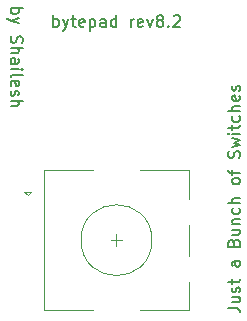
<source format=gbr>
%TF.GenerationSoftware,KiCad,Pcbnew,8.0.8*%
%TF.CreationDate,2025-02-14T20:38:13+05:30*%
%TF.ProjectId,bytepad,62797465-7061-4642-9e6b-696361645f70,8.2*%
%TF.SameCoordinates,Original*%
%TF.FileFunction,Legend,Top*%
%TF.FilePolarity,Positive*%
%FSLAX46Y46*%
G04 Gerber Fmt 4.6, Leading zero omitted, Abs format (unit mm)*
G04 Created by KiCad (PCBNEW 8.0.8) date 2025-02-14 20:38:13*
%MOMM*%
%LPD*%
G01*
G04 APERTURE LIST*
%ADD10C,0.150000*%
%ADD11C,0.120000*%
G04 APERTURE END LIST*
D10*
X68454819Y-89738096D02*
X69169104Y-89738096D01*
X69169104Y-89738096D02*
X69311961Y-89785715D01*
X69311961Y-89785715D02*
X69407200Y-89880953D01*
X69407200Y-89880953D02*
X69454819Y-90023810D01*
X69454819Y-90023810D02*
X69454819Y-90119048D01*
X68788152Y-88833334D02*
X69454819Y-88833334D01*
X68788152Y-89261905D02*
X69311961Y-89261905D01*
X69311961Y-89261905D02*
X69407200Y-89214286D01*
X69407200Y-89214286D02*
X69454819Y-89119048D01*
X69454819Y-89119048D02*
X69454819Y-88976191D01*
X69454819Y-88976191D02*
X69407200Y-88880953D01*
X69407200Y-88880953D02*
X69359580Y-88833334D01*
X69407200Y-88404762D02*
X69454819Y-88309524D01*
X69454819Y-88309524D02*
X69454819Y-88119048D01*
X69454819Y-88119048D02*
X69407200Y-88023810D01*
X69407200Y-88023810D02*
X69311961Y-87976191D01*
X69311961Y-87976191D02*
X69264342Y-87976191D01*
X69264342Y-87976191D02*
X69169104Y-88023810D01*
X69169104Y-88023810D02*
X69121485Y-88119048D01*
X69121485Y-88119048D02*
X69121485Y-88261905D01*
X69121485Y-88261905D02*
X69073866Y-88357143D01*
X69073866Y-88357143D02*
X68978628Y-88404762D01*
X68978628Y-88404762D02*
X68931009Y-88404762D01*
X68931009Y-88404762D02*
X68835771Y-88357143D01*
X68835771Y-88357143D02*
X68788152Y-88261905D01*
X68788152Y-88261905D02*
X68788152Y-88119048D01*
X68788152Y-88119048D02*
X68835771Y-88023810D01*
X68788152Y-87690476D02*
X68788152Y-87309524D01*
X68454819Y-87547619D02*
X69311961Y-87547619D01*
X69311961Y-87547619D02*
X69407200Y-87500000D01*
X69407200Y-87500000D02*
X69454819Y-87404762D01*
X69454819Y-87404762D02*
X69454819Y-87309524D01*
X69454819Y-85785714D02*
X68931009Y-85785714D01*
X68931009Y-85785714D02*
X68835771Y-85833333D01*
X68835771Y-85833333D02*
X68788152Y-85928571D01*
X68788152Y-85928571D02*
X68788152Y-86119047D01*
X68788152Y-86119047D02*
X68835771Y-86214285D01*
X69407200Y-85785714D02*
X69454819Y-85880952D01*
X69454819Y-85880952D02*
X69454819Y-86119047D01*
X69454819Y-86119047D02*
X69407200Y-86214285D01*
X69407200Y-86214285D02*
X69311961Y-86261904D01*
X69311961Y-86261904D02*
X69216723Y-86261904D01*
X69216723Y-86261904D02*
X69121485Y-86214285D01*
X69121485Y-86214285D02*
X69073866Y-86119047D01*
X69073866Y-86119047D02*
X69073866Y-85880952D01*
X69073866Y-85880952D02*
X69026247Y-85785714D01*
X68931009Y-84214285D02*
X68978628Y-84071428D01*
X68978628Y-84071428D02*
X69026247Y-84023809D01*
X69026247Y-84023809D02*
X69121485Y-83976190D01*
X69121485Y-83976190D02*
X69264342Y-83976190D01*
X69264342Y-83976190D02*
X69359580Y-84023809D01*
X69359580Y-84023809D02*
X69407200Y-84071428D01*
X69407200Y-84071428D02*
X69454819Y-84166666D01*
X69454819Y-84166666D02*
X69454819Y-84547618D01*
X69454819Y-84547618D02*
X68454819Y-84547618D01*
X68454819Y-84547618D02*
X68454819Y-84214285D01*
X68454819Y-84214285D02*
X68502438Y-84119047D01*
X68502438Y-84119047D02*
X68550057Y-84071428D01*
X68550057Y-84071428D02*
X68645295Y-84023809D01*
X68645295Y-84023809D02*
X68740533Y-84023809D01*
X68740533Y-84023809D02*
X68835771Y-84071428D01*
X68835771Y-84071428D02*
X68883390Y-84119047D01*
X68883390Y-84119047D02*
X68931009Y-84214285D01*
X68931009Y-84214285D02*
X68931009Y-84547618D01*
X68788152Y-83119047D02*
X69454819Y-83119047D01*
X68788152Y-83547618D02*
X69311961Y-83547618D01*
X69311961Y-83547618D02*
X69407200Y-83499999D01*
X69407200Y-83499999D02*
X69454819Y-83404761D01*
X69454819Y-83404761D02*
X69454819Y-83261904D01*
X69454819Y-83261904D02*
X69407200Y-83166666D01*
X69407200Y-83166666D02*
X69359580Y-83119047D01*
X68788152Y-82642856D02*
X69454819Y-82642856D01*
X68883390Y-82642856D02*
X68835771Y-82595237D01*
X68835771Y-82595237D02*
X68788152Y-82499999D01*
X68788152Y-82499999D02*
X68788152Y-82357142D01*
X68788152Y-82357142D02*
X68835771Y-82261904D01*
X68835771Y-82261904D02*
X68931009Y-82214285D01*
X68931009Y-82214285D02*
X69454819Y-82214285D01*
X69407200Y-81309523D02*
X69454819Y-81404761D01*
X69454819Y-81404761D02*
X69454819Y-81595237D01*
X69454819Y-81595237D02*
X69407200Y-81690475D01*
X69407200Y-81690475D02*
X69359580Y-81738094D01*
X69359580Y-81738094D02*
X69264342Y-81785713D01*
X69264342Y-81785713D02*
X68978628Y-81785713D01*
X68978628Y-81785713D02*
X68883390Y-81738094D01*
X68883390Y-81738094D02*
X68835771Y-81690475D01*
X68835771Y-81690475D02*
X68788152Y-81595237D01*
X68788152Y-81595237D02*
X68788152Y-81404761D01*
X68788152Y-81404761D02*
X68835771Y-81309523D01*
X69454819Y-80880951D02*
X68454819Y-80880951D01*
X69454819Y-80452380D02*
X68931009Y-80452380D01*
X68931009Y-80452380D02*
X68835771Y-80499999D01*
X68835771Y-80499999D02*
X68788152Y-80595237D01*
X68788152Y-80595237D02*
X68788152Y-80738094D01*
X68788152Y-80738094D02*
X68835771Y-80833332D01*
X68835771Y-80833332D02*
X68883390Y-80880951D01*
X69454819Y-79071427D02*
X69407200Y-79166665D01*
X69407200Y-79166665D02*
X69359580Y-79214284D01*
X69359580Y-79214284D02*
X69264342Y-79261903D01*
X69264342Y-79261903D02*
X68978628Y-79261903D01*
X68978628Y-79261903D02*
X68883390Y-79214284D01*
X68883390Y-79214284D02*
X68835771Y-79166665D01*
X68835771Y-79166665D02*
X68788152Y-79071427D01*
X68788152Y-79071427D02*
X68788152Y-78928570D01*
X68788152Y-78928570D02*
X68835771Y-78833332D01*
X68835771Y-78833332D02*
X68883390Y-78785713D01*
X68883390Y-78785713D02*
X68978628Y-78738094D01*
X68978628Y-78738094D02*
X69264342Y-78738094D01*
X69264342Y-78738094D02*
X69359580Y-78785713D01*
X69359580Y-78785713D02*
X69407200Y-78833332D01*
X69407200Y-78833332D02*
X69454819Y-78928570D01*
X69454819Y-78928570D02*
X69454819Y-79071427D01*
X68788152Y-78452379D02*
X68788152Y-78071427D01*
X69454819Y-78309522D02*
X68597676Y-78309522D01*
X68597676Y-78309522D02*
X68502438Y-78261903D01*
X68502438Y-78261903D02*
X68454819Y-78166665D01*
X68454819Y-78166665D02*
X68454819Y-78071427D01*
X69407200Y-77023807D02*
X69454819Y-76880950D01*
X69454819Y-76880950D02*
X69454819Y-76642855D01*
X69454819Y-76642855D02*
X69407200Y-76547617D01*
X69407200Y-76547617D02*
X69359580Y-76499998D01*
X69359580Y-76499998D02*
X69264342Y-76452379D01*
X69264342Y-76452379D02*
X69169104Y-76452379D01*
X69169104Y-76452379D02*
X69073866Y-76499998D01*
X69073866Y-76499998D02*
X69026247Y-76547617D01*
X69026247Y-76547617D02*
X68978628Y-76642855D01*
X68978628Y-76642855D02*
X68931009Y-76833331D01*
X68931009Y-76833331D02*
X68883390Y-76928569D01*
X68883390Y-76928569D02*
X68835771Y-76976188D01*
X68835771Y-76976188D02*
X68740533Y-77023807D01*
X68740533Y-77023807D02*
X68645295Y-77023807D01*
X68645295Y-77023807D02*
X68550057Y-76976188D01*
X68550057Y-76976188D02*
X68502438Y-76928569D01*
X68502438Y-76928569D02*
X68454819Y-76833331D01*
X68454819Y-76833331D02*
X68454819Y-76595236D01*
X68454819Y-76595236D02*
X68502438Y-76452379D01*
X68788152Y-76119045D02*
X69454819Y-75928569D01*
X69454819Y-75928569D02*
X68978628Y-75738093D01*
X68978628Y-75738093D02*
X69454819Y-75547617D01*
X69454819Y-75547617D02*
X68788152Y-75357141D01*
X69454819Y-74976188D02*
X68788152Y-74976188D01*
X68454819Y-74976188D02*
X68502438Y-75023807D01*
X68502438Y-75023807D02*
X68550057Y-74976188D01*
X68550057Y-74976188D02*
X68502438Y-74928569D01*
X68502438Y-74928569D02*
X68454819Y-74976188D01*
X68454819Y-74976188D02*
X68550057Y-74976188D01*
X68788152Y-74642855D02*
X68788152Y-74261903D01*
X68454819Y-74499998D02*
X69311961Y-74499998D01*
X69311961Y-74499998D02*
X69407200Y-74452379D01*
X69407200Y-74452379D02*
X69454819Y-74357141D01*
X69454819Y-74357141D02*
X69454819Y-74261903D01*
X69407200Y-73499998D02*
X69454819Y-73595236D01*
X69454819Y-73595236D02*
X69454819Y-73785712D01*
X69454819Y-73785712D02*
X69407200Y-73880950D01*
X69407200Y-73880950D02*
X69359580Y-73928569D01*
X69359580Y-73928569D02*
X69264342Y-73976188D01*
X69264342Y-73976188D02*
X68978628Y-73976188D01*
X68978628Y-73976188D02*
X68883390Y-73928569D01*
X68883390Y-73928569D02*
X68835771Y-73880950D01*
X68835771Y-73880950D02*
X68788152Y-73785712D01*
X68788152Y-73785712D02*
X68788152Y-73595236D01*
X68788152Y-73595236D02*
X68835771Y-73499998D01*
X69454819Y-73071426D02*
X68454819Y-73071426D01*
X69454819Y-72642855D02*
X68931009Y-72642855D01*
X68931009Y-72642855D02*
X68835771Y-72690474D01*
X68835771Y-72690474D02*
X68788152Y-72785712D01*
X68788152Y-72785712D02*
X68788152Y-72928569D01*
X68788152Y-72928569D02*
X68835771Y-73023807D01*
X68835771Y-73023807D02*
X68883390Y-73071426D01*
X69407200Y-71785712D02*
X69454819Y-71880950D01*
X69454819Y-71880950D02*
X69454819Y-72071426D01*
X69454819Y-72071426D02*
X69407200Y-72166664D01*
X69407200Y-72166664D02*
X69311961Y-72214283D01*
X69311961Y-72214283D02*
X68931009Y-72214283D01*
X68931009Y-72214283D02*
X68835771Y-72166664D01*
X68835771Y-72166664D02*
X68788152Y-72071426D01*
X68788152Y-72071426D02*
X68788152Y-71880950D01*
X68788152Y-71880950D02*
X68835771Y-71785712D01*
X68835771Y-71785712D02*
X68931009Y-71738093D01*
X68931009Y-71738093D02*
X69026247Y-71738093D01*
X69026247Y-71738093D02*
X69121485Y-72214283D01*
X69407200Y-71357140D02*
X69454819Y-71261902D01*
X69454819Y-71261902D02*
X69454819Y-71071426D01*
X69454819Y-71071426D02*
X69407200Y-70976188D01*
X69407200Y-70976188D02*
X69311961Y-70928569D01*
X69311961Y-70928569D02*
X69264342Y-70928569D01*
X69264342Y-70928569D02*
X69169104Y-70976188D01*
X69169104Y-70976188D02*
X69121485Y-71071426D01*
X69121485Y-71071426D02*
X69121485Y-71214283D01*
X69121485Y-71214283D02*
X69073866Y-71309521D01*
X69073866Y-71309521D02*
X68978628Y-71357140D01*
X68978628Y-71357140D02*
X68931009Y-71357140D01*
X68931009Y-71357140D02*
X68835771Y-71309521D01*
X68835771Y-71309521D02*
X68788152Y-71214283D01*
X68788152Y-71214283D02*
X68788152Y-71071426D01*
X68788152Y-71071426D02*
X68835771Y-70976188D01*
X50045180Y-64357142D02*
X51045180Y-64357142D01*
X50664228Y-64357142D02*
X50711847Y-64452380D01*
X50711847Y-64452380D02*
X50711847Y-64642856D01*
X50711847Y-64642856D02*
X50664228Y-64738094D01*
X50664228Y-64738094D02*
X50616609Y-64785713D01*
X50616609Y-64785713D02*
X50521371Y-64833332D01*
X50521371Y-64833332D02*
X50235657Y-64833332D01*
X50235657Y-64833332D02*
X50140419Y-64785713D01*
X50140419Y-64785713D02*
X50092800Y-64738094D01*
X50092800Y-64738094D02*
X50045180Y-64642856D01*
X50045180Y-64642856D02*
X50045180Y-64452380D01*
X50045180Y-64452380D02*
X50092800Y-64357142D01*
X50711847Y-65166666D02*
X50045180Y-65404761D01*
X50711847Y-65642856D02*
X50045180Y-65404761D01*
X50045180Y-65404761D02*
X49807085Y-65309523D01*
X49807085Y-65309523D02*
X49759466Y-65261904D01*
X49759466Y-65261904D02*
X49711847Y-65166666D01*
X50092800Y-66738095D02*
X50045180Y-66880952D01*
X50045180Y-66880952D02*
X50045180Y-67119047D01*
X50045180Y-67119047D02*
X50092800Y-67214285D01*
X50092800Y-67214285D02*
X50140419Y-67261904D01*
X50140419Y-67261904D02*
X50235657Y-67309523D01*
X50235657Y-67309523D02*
X50330895Y-67309523D01*
X50330895Y-67309523D02*
X50426133Y-67261904D01*
X50426133Y-67261904D02*
X50473752Y-67214285D01*
X50473752Y-67214285D02*
X50521371Y-67119047D01*
X50521371Y-67119047D02*
X50568990Y-66928571D01*
X50568990Y-66928571D02*
X50616609Y-66833333D01*
X50616609Y-66833333D02*
X50664228Y-66785714D01*
X50664228Y-66785714D02*
X50759466Y-66738095D01*
X50759466Y-66738095D02*
X50854704Y-66738095D01*
X50854704Y-66738095D02*
X50949942Y-66785714D01*
X50949942Y-66785714D02*
X50997561Y-66833333D01*
X50997561Y-66833333D02*
X51045180Y-66928571D01*
X51045180Y-66928571D02*
X51045180Y-67166666D01*
X51045180Y-67166666D02*
X50997561Y-67309523D01*
X50045180Y-67738095D02*
X51045180Y-67738095D01*
X50045180Y-68166666D02*
X50568990Y-68166666D01*
X50568990Y-68166666D02*
X50664228Y-68119047D01*
X50664228Y-68119047D02*
X50711847Y-68023809D01*
X50711847Y-68023809D02*
X50711847Y-67880952D01*
X50711847Y-67880952D02*
X50664228Y-67785714D01*
X50664228Y-67785714D02*
X50616609Y-67738095D01*
X50045180Y-69071428D02*
X50568990Y-69071428D01*
X50568990Y-69071428D02*
X50664228Y-69023809D01*
X50664228Y-69023809D02*
X50711847Y-68928571D01*
X50711847Y-68928571D02*
X50711847Y-68738095D01*
X50711847Y-68738095D02*
X50664228Y-68642857D01*
X50092800Y-69071428D02*
X50045180Y-68976190D01*
X50045180Y-68976190D02*
X50045180Y-68738095D01*
X50045180Y-68738095D02*
X50092800Y-68642857D01*
X50092800Y-68642857D02*
X50188038Y-68595238D01*
X50188038Y-68595238D02*
X50283276Y-68595238D01*
X50283276Y-68595238D02*
X50378514Y-68642857D01*
X50378514Y-68642857D02*
X50426133Y-68738095D01*
X50426133Y-68738095D02*
X50426133Y-68976190D01*
X50426133Y-68976190D02*
X50473752Y-69071428D01*
X50045180Y-69547619D02*
X50711847Y-69547619D01*
X51045180Y-69547619D02*
X50997561Y-69500000D01*
X50997561Y-69500000D02*
X50949942Y-69547619D01*
X50949942Y-69547619D02*
X50997561Y-69595238D01*
X50997561Y-69595238D02*
X51045180Y-69547619D01*
X51045180Y-69547619D02*
X50949942Y-69547619D01*
X50045180Y-70166666D02*
X50092800Y-70071428D01*
X50092800Y-70071428D02*
X50188038Y-70023809D01*
X50188038Y-70023809D02*
X51045180Y-70023809D01*
X50092800Y-70928571D02*
X50045180Y-70833333D01*
X50045180Y-70833333D02*
X50045180Y-70642857D01*
X50045180Y-70642857D02*
X50092800Y-70547619D01*
X50092800Y-70547619D02*
X50188038Y-70500000D01*
X50188038Y-70500000D02*
X50568990Y-70500000D01*
X50568990Y-70500000D02*
X50664228Y-70547619D01*
X50664228Y-70547619D02*
X50711847Y-70642857D01*
X50711847Y-70642857D02*
X50711847Y-70833333D01*
X50711847Y-70833333D02*
X50664228Y-70928571D01*
X50664228Y-70928571D02*
X50568990Y-70976190D01*
X50568990Y-70976190D02*
X50473752Y-70976190D01*
X50473752Y-70976190D02*
X50378514Y-70500000D01*
X50092800Y-71357143D02*
X50045180Y-71452381D01*
X50045180Y-71452381D02*
X50045180Y-71642857D01*
X50045180Y-71642857D02*
X50092800Y-71738095D01*
X50092800Y-71738095D02*
X50188038Y-71785714D01*
X50188038Y-71785714D02*
X50235657Y-71785714D01*
X50235657Y-71785714D02*
X50330895Y-71738095D01*
X50330895Y-71738095D02*
X50378514Y-71642857D01*
X50378514Y-71642857D02*
X50378514Y-71500000D01*
X50378514Y-71500000D02*
X50426133Y-71404762D01*
X50426133Y-71404762D02*
X50521371Y-71357143D01*
X50521371Y-71357143D02*
X50568990Y-71357143D01*
X50568990Y-71357143D02*
X50664228Y-71404762D01*
X50664228Y-71404762D02*
X50711847Y-71500000D01*
X50711847Y-71500000D02*
X50711847Y-71642857D01*
X50711847Y-71642857D02*
X50664228Y-71738095D01*
X50045180Y-72214286D02*
X51045180Y-72214286D01*
X50045180Y-72642857D02*
X50568990Y-72642857D01*
X50568990Y-72642857D02*
X50664228Y-72595238D01*
X50664228Y-72595238D02*
X50711847Y-72500000D01*
X50711847Y-72500000D02*
X50711847Y-72357143D01*
X50711847Y-72357143D02*
X50664228Y-72261905D01*
X50664228Y-72261905D02*
X50616609Y-72214286D01*
X53642856Y-65954819D02*
X53642856Y-64954819D01*
X53642856Y-65335771D02*
X53738094Y-65288152D01*
X53738094Y-65288152D02*
X53928570Y-65288152D01*
X53928570Y-65288152D02*
X54023808Y-65335771D01*
X54023808Y-65335771D02*
X54071427Y-65383390D01*
X54071427Y-65383390D02*
X54119046Y-65478628D01*
X54119046Y-65478628D02*
X54119046Y-65764342D01*
X54119046Y-65764342D02*
X54071427Y-65859580D01*
X54071427Y-65859580D02*
X54023808Y-65907200D01*
X54023808Y-65907200D02*
X53928570Y-65954819D01*
X53928570Y-65954819D02*
X53738094Y-65954819D01*
X53738094Y-65954819D02*
X53642856Y-65907200D01*
X54452380Y-65288152D02*
X54690475Y-65954819D01*
X54928570Y-65288152D02*
X54690475Y-65954819D01*
X54690475Y-65954819D02*
X54595237Y-66192914D01*
X54595237Y-66192914D02*
X54547618Y-66240533D01*
X54547618Y-66240533D02*
X54452380Y-66288152D01*
X55166666Y-65288152D02*
X55547618Y-65288152D01*
X55309523Y-64954819D02*
X55309523Y-65811961D01*
X55309523Y-65811961D02*
X55357142Y-65907200D01*
X55357142Y-65907200D02*
X55452380Y-65954819D01*
X55452380Y-65954819D02*
X55547618Y-65954819D01*
X56261904Y-65907200D02*
X56166666Y-65954819D01*
X56166666Y-65954819D02*
X55976190Y-65954819D01*
X55976190Y-65954819D02*
X55880952Y-65907200D01*
X55880952Y-65907200D02*
X55833333Y-65811961D01*
X55833333Y-65811961D02*
X55833333Y-65431009D01*
X55833333Y-65431009D02*
X55880952Y-65335771D01*
X55880952Y-65335771D02*
X55976190Y-65288152D01*
X55976190Y-65288152D02*
X56166666Y-65288152D01*
X56166666Y-65288152D02*
X56261904Y-65335771D01*
X56261904Y-65335771D02*
X56309523Y-65431009D01*
X56309523Y-65431009D02*
X56309523Y-65526247D01*
X56309523Y-65526247D02*
X55833333Y-65621485D01*
X56738095Y-65288152D02*
X56738095Y-66288152D01*
X56738095Y-65335771D02*
X56833333Y-65288152D01*
X56833333Y-65288152D02*
X57023809Y-65288152D01*
X57023809Y-65288152D02*
X57119047Y-65335771D01*
X57119047Y-65335771D02*
X57166666Y-65383390D01*
X57166666Y-65383390D02*
X57214285Y-65478628D01*
X57214285Y-65478628D02*
X57214285Y-65764342D01*
X57214285Y-65764342D02*
X57166666Y-65859580D01*
X57166666Y-65859580D02*
X57119047Y-65907200D01*
X57119047Y-65907200D02*
X57023809Y-65954819D01*
X57023809Y-65954819D02*
X56833333Y-65954819D01*
X56833333Y-65954819D02*
X56738095Y-65907200D01*
X58071428Y-65954819D02*
X58071428Y-65431009D01*
X58071428Y-65431009D02*
X58023809Y-65335771D01*
X58023809Y-65335771D02*
X57928571Y-65288152D01*
X57928571Y-65288152D02*
X57738095Y-65288152D01*
X57738095Y-65288152D02*
X57642857Y-65335771D01*
X58071428Y-65907200D02*
X57976190Y-65954819D01*
X57976190Y-65954819D02*
X57738095Y-65954819D01*
X57738095Y-65954819D02*
X57642857Y-65907200D01*
X57642857Y-65907200D02*
X57595238Y-65811961D01*
X57595238Y-65811961D02*
X57595238Y-65716723D01*
X57595238Y-65716723D02*
X57642857Y-65621485D01*
X57642857Y-65621485D02*
X57738095Y-65573866D01*
X57738095Y-65573866D02*
X57976190Y-65573866D01*
X57976190Y-65573866D02*
X58071428Y-65526247D01*
X58976190Y-65954819D02*
X58976190Y-64954819D01*
X58976190Y-65907200D02*
X58880952Y-65954819D01*
X58880952Y-65954819D02*
X58690476Y-65954819D01*
X58690476Y-65954819D02*
X58595238Y-65907200D01*
X58595238Y-65907200D02*
X58547619Y-65859580D01*
X58547619Y-65859580D02*
X58500000Y-65764342D01*
X58500000Y-65764342D02*
X58500000Y-65478628D01*
X58500000Y-65478628D02*
X58547619Y-65383390D01*
X58547619Y-65383390D02*
X58595238Y-65335771D01*
X58595238Y-65335771D02*
X58690476Y-65288152D01*
X58690476Y-65288152D02*
X58880952Y-65288152D01*
X58880952Y-65288152D02*
X58976190Y-65335771D01*
X60214286Y-65954819D02*
X60214286Y-65288152D01*
X60214286Y-65478628D02*
X60261905Y-65383390D01*
X60261905Y-65383390D02*
X60309524Y-65335771D01*
X60309524Y-65335771D02*
X60404762Y-65288152D01*
X60404762Y-65288152D02*
X60500000Y-65288152D01*
X61214286Y-65907200D02*
X61119048Y-65954819D01*
X61119048Y-65954819D02*
X60928572Y-65954819D01*
X60928572Y-65954819D02*
X60833334Y-65907200D01*
X60833334Y-65907200D02*
X60785715Y-65811961D01*
X60785715Y-65811961D02*
X60785715Y-65431009D01*
X60785715Y-65431009D02*
X60833334Y-65335771D01*
X60833334Y-65335771D02*
X60928572Y-65288152D01*
X60928572Y-65288152D02*
X61119048Y-65288152D01*
X61119048Y-65288152D02*
X61214286Y-65335771D01*
X61214286Y-65335771D02*
X61261905Y-65431009D01*
X61261905Y-65431009D02*
X61261905Y-65526247D01*
X61261905Y-65526247D02*
X60785715Y-65621485D01*
X61595239Y-65288152D02*
X61833334Y-65954819D01*
X61833334Y-65954819D02*
X62071429Y-65288152D01*
X62595239Y-65383390D02*
X62500001Y-65335771D01*
X62500001Y-65335771D02*
X62452382Y-65288152D01*
X62452382Y-65288152D02*
X62404763Y-65192914D01*
X62404763Y-65192914D02*
X62404763Y-65145295D01*
X62404763Y-65145295D02*
X62452382Y-65050057D01*
X62452382Y-65050057D02*
X62500001Y-65002438D01*
X62500001Y-65002438D02*
X62595239Y-64954819D01*
X62595239Y-64954819D02*
X62785715Y-64954819D01*
X62785715Y-64954819D02*
X62880953Y-65002438D01*
X62880953Y-65002438D02*
X62928572Y-65050057D01*
X62928572Y-65050057D02*
X62976191Y-65145295D01*
X62976191Y-65145295D02*
X62976191Y-65192914D01*
X62976191Y-65192914D02*
X62928572Y-65288152D01*
X62928572Y-65288152D02*
X62880953Y-65335771D01*
X62880953Y-65335771D02*
X62785715Y-65383390D01*
X62785715Y-65383390D02*
X62595239Y-65383390D01*
X62595239Y-65383390D02*
X62500001Y-65431009D01*
X62500001Y-65431009D02*
X62452382Y-65478628D01*
X62452382Y-65478628D02*
X62404763Y-65573866D01*
X62404763Y-65573866D02*
X62404763Y-65764342D01*
X62404763Y-65764342D02*
X62452382Y-65859580D01*
X62452382Y-65859580D02*
X62500001Y-65907200D01*
X62500001Y-65907200D02*
X62595239Y-65954819D01*
X62595239Y-65954819D02*
X62785715Y-65954819D01*
X62785715Y-65954819D02*
X62880953Y-65907200D01*
X62880953Y-65907200D02*
X62928572Y-65859580D01*
X62928572Y-65859580D02*
X62976191Y-65764342D01*
X62976191Y-65764342D02*
X62976191Y-65573866D01*
X62976191Y-65573866D02*
X62928572Y-65478628D01*
X62928572Y-65478628D02*
X62880953Y-65431009D01*
X62880953Y-65431009D02*
X62785715Y-65383390D01*
X63404763Y-65859580D02*
X63452382Y-65907200D01*
X63452382Y-65907200D02*
X63404763Y-65954819D01*
X63404763Y-65954819D02*
X63357144Y-65907200D01*
X63357144Y-65907200D02*
X63404763Y-65859580D01*
X63404763Y-65859580D02*
X63404763Y-65954819D01*
X63833334Y-65050057D02*
X63880953Y-65002438D01*
X63880953Y-65002438D02*
X63976191Y-64954819D01*
X63976191Y-64954819D02*
X64214286Y-64954819D01*
X64214286Y-64954819D02*
X64309524Y-65002438D01*
X64309524Y-65002438D02*
X64357143Y-65050057D01*
X64357143Y-65050057D02*
X64404762Y-65145295D01*
X64404762Y-65145295D02*
X64404762Y-65240533D01*
X64404762Y-65240533D02*
X64357143Y-65383390D01*
X64357143Y-65383390D02*
X63785715Y-65954819D01*
X63785715Y-65954819D02*
X64404762Y-65954819D01*
D11*
%TO.C,ROT1*%
X51200000Y-79900000D02*
X51800000Y-79900000D01*
X51500000Y-80200000D02*
X51200000Y-79900000D01*
X51800000Y-79900000D02*
X51500000Y-80200000D01*
X52900000Y-78100000D02*
X52900000Y-89900000D01*
X57000000Y-78100000D02*
X52900000Y-78100000D01*
X57000000Y-89900000D02*
X52900000Y-89900000D01*
X58500000Y-84000000D02*
X59500000Y-84000000D01*
X59000000Y-83500000D02*
X59000000Y-84500000D01*
X61000000Y-78100000D02*
X65100000Y-78100000D01*
X65100000Y-78100000D02*
X65100000Y-80500000D01*
X65100000Y-82700000D02*
X65100000Y-85300000D01*
X65100000Y-87500000D02*
X65100000Y-89900000D01*
X65100000Y-89900000D02*
X61000000Y-89900000D01*
X62000000Y-84000000D02*
G75*
G02*
X56000000Y-84000000I-3000000J0D01*
G01*
X56000000Y-84000000D02*
G75*
G02*
X62000000Y-84000000I3000000J0D01*
G01*
%TD*%
M02*

</source>
